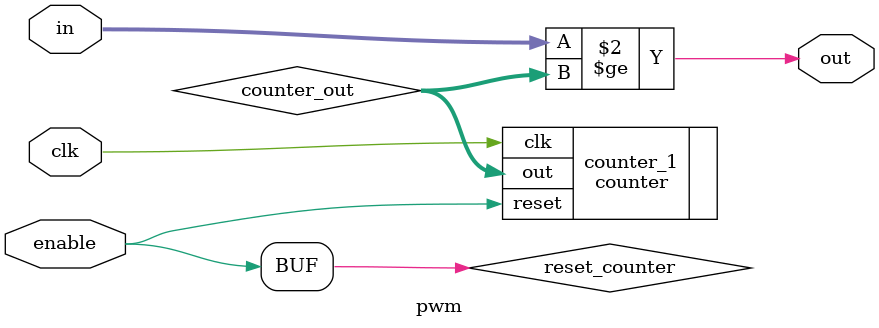
<source format=v>
`include "counter.v"
module pwm 
#(
    parameter RESOLUTION = 8
)(
    input clk,
    input enable, 
    input [RESOLUTION-1:0] in,
    output out);

    wire [RESOLUTION-1:0] counter_out;
    wire reset_counter;
    
    assign reset_counter = (enable == 1'b1);
    assign out =  (in >= counter_out); 
    
    counter #(
        .BIT_WIDTH(RESOLUTION)
    ) counter_1 
    (
        .clk(clk),
        .reset(reset_counter),
        .out(counter_out)
    );

    
endmodule
</source>
